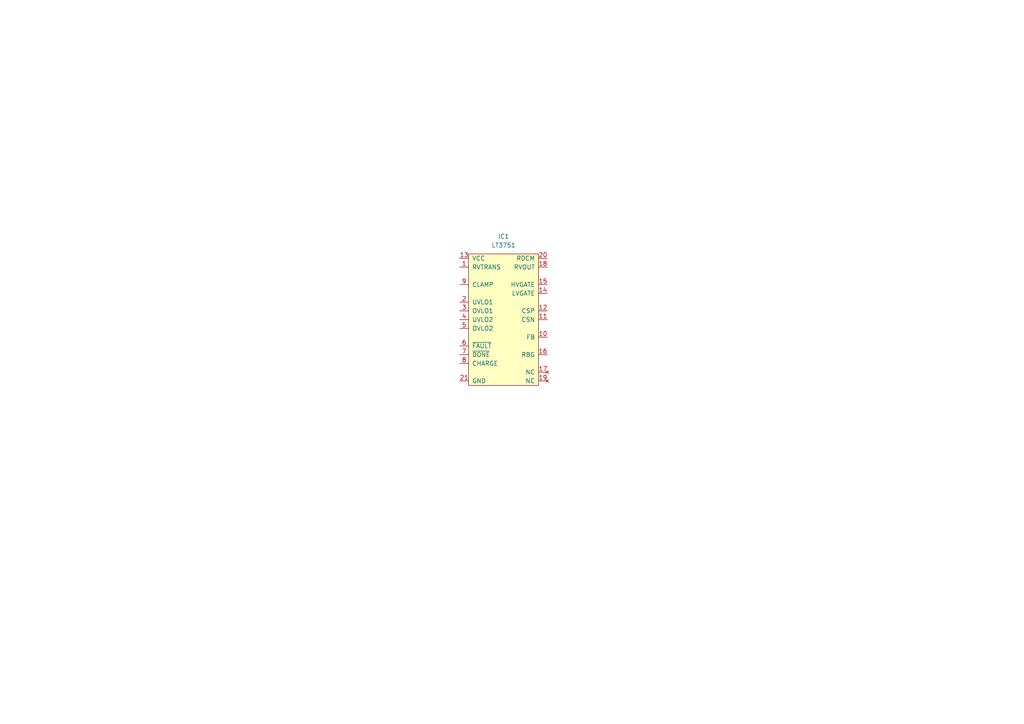
<source format=kicad_sch>
(kicad_sch (version 20250114) (generator "eeschema") (generator_version "9.0")
  (paper "A4")
  (lib_symbols
    (symbol "LT3751:LT3751" (pin_names (offset 1.016))
      (property "Reference" "IC" (at -10.16 20.32 0))
      (property "Value" "LT3751" (at -10.16 -20.32 0))
      (symbol "LT3751_0_0"
        (pin power_in line (at -12.7 17.78 0) (length 2.54) (name "VCC") (number "13"))
        (pin passive line (at -12.7 15.24 0) (length 2.54) (name "RVTRANS") (number "1"))
        (pin passive line (at -12.7 10.16 0) (length 2.54) (name "CLAMP") (number "9"))
        (pin input line (at -12.7 5.08 0) (length 2.54) (name "UVLO1") (number "2"))
        (pin input line (at -12.7 2.54 0) (length 2.54) (name "OVLO1") (number "3"))
        (pin input line (at -12.7 0 0) (length 2.54) (name "UVLO2") (number "4"))
        (pin input line (at -12.7 -2.54 0) (length 2.54) (name "OVLO2") (number "5"))
        (pin open_collector line (at -12.7 -7.62 0) (length 2.54) (name "~{FAULT}") (number "6"))
        (pin open_collector line (at -12.7 -10.16 0) (length 2.54) (name "~{DONE}") (number "7"))
        (pin input line (at -12.7 -12.7 0) (length 2.54) (name "CHARGE") (number "8"))
        (pin power_in line (at -12.7 -17.78 0) (length 2.54) (name "GND") (number "21"))
        (pin passive line (at 12.7 17.78 180) (length 2.54) (name "RDCM") (number "20"))
        (pin passive line (at 12.7 15.24 180) (length 2.54) (name "RVOUT") (number "18"))
        (pin output line (at 12.7 10.16 180) (length 2.54) (name "HVGATE") (number "15"))
        (pin passive line (at 12.7 7.62 180) (length 2.54) (name "LVGATE") (number "14"))
        (pin input line (at 12.7 2.54 180) (length 2.54) (name "CSP") (number "12"))
        (pin input line (at 12.7 0 180) (length 2.54) (name "CSN") (number "11"))
        (pin input line (at 12.7 -5.08 180) (length 2.54) (name "FB") (number "10"))
        (pin passive line (at 12.7 -10.16 180) (length 2.54) (name "RBG") (number "16"))
        (pin no_connect line (at 12.7 -15.24 180) (length 2.54) (name "NC") (number "17"))
        (pin no_connect line (at 12.7 -17.78 180) (length 2.54) (name "NC") (number "19"))
      )
      (symbol "LT3751_0_1"
        (rectangle (start -10.16 19.05) (end 10.16 -19.05) (fill (type background)))
      )
    )
  )
  (symbol (lib_id "LT3751:LT3751") (at 146.05 92.71 0) (unit 1)
    (property "Reference" "IC1" (at 146.05 68.58 0))
    (property "Value" "LT3751" (at 146.05 71.12 0))
    (property "Footprint" "Package_SO:TSSOP-20-1EP_4.4x6.5mm_P0.65mm_EP2.15x3.35mm" (effects (hide yes)))
    (property "Datasheet" "https://www.analog.com/media/en/technical-documentation/data-sheets/LT3751.pdf" (effects (hide yes)))
    (property "Description" "High Voltage Capacitor Charger Controller with Regulation" (effects (hide yes)))
    (property "Mouser" "584-LT3751EFE#PBF" (effects (hide yes)))
  )
)
</source>
